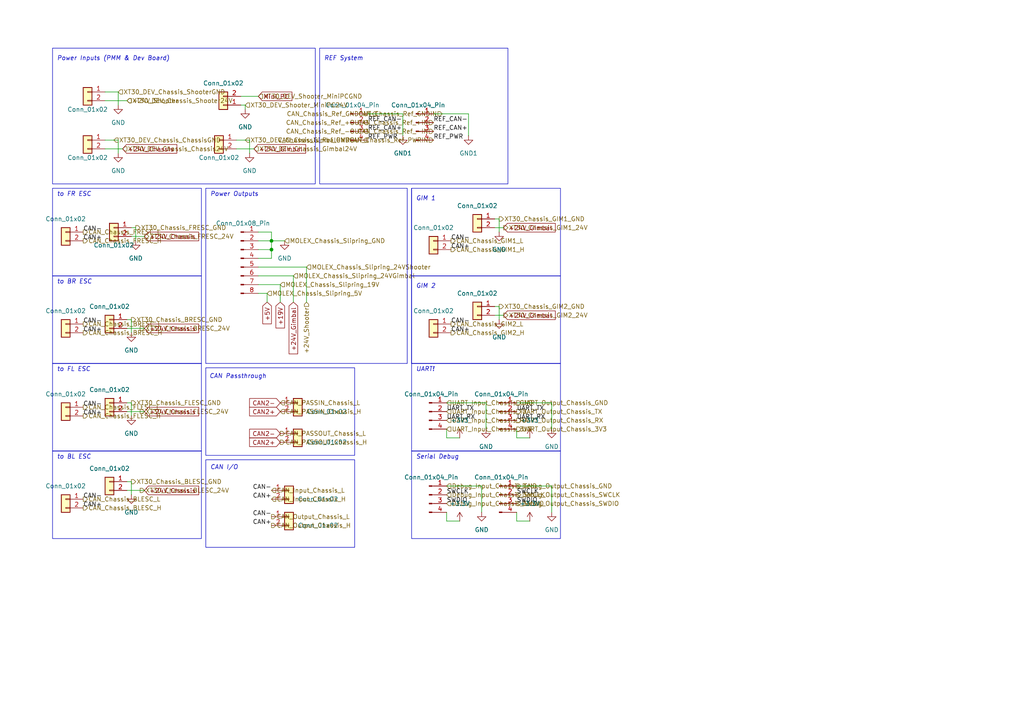
<source format=kicad_sch>
(kicad_sch (version 20231120) (generator "eeschema") (generator_version "8.0")
  (paper "A4")
  (lib_symbols
    (symbol "Connector:Conn_01x04_Pin" (pin_names (offset 1.016) hide)
      (property "Reference" "J" (at 0 5.08 0))
      (property "Value" "Conn_01x04_Pin" (at 0 -7.62 0))
      (symbol "Conn_01x04_Pin_1_1"
        (polyline (pts (xy 1.27 -5.08) (xy 0.8636 -5.08)) (stroke (width 0.1524)))
        (polyline (pts (xy 1.27 -2.54) (xy 0.8636 -2.54)) (stroke (width 0.1524)))
        (polyline (pts (xy 1.27 0) (xy 0.8636 0)) (stroke (width 0.1524)))
        (polyline (pts (xy 1.27 2.54) (xy 0.8636 2.54)) (stroke (width 0.1524)))
        (rectangle (start 0.8636 -4.953) (end 0 -5.207) (stroke (width 0.1524)) (fill (type outline)))
        (rectangle (start 0.8636 -2.413) (end 0 -2.667) (stroke (width 0.1524)) (fill (type outline)))
        (rectangle (start 0.8636 0.127) (end 0 -0.127) (stroke (width 0.1524)) (fill (type outline)))
        (rectangle (start 0.8636 2.667) (end 0 2.413) (stroke (width 0.1524)) (fill (type outline)))
        (pin passive line (at 5.08 2.54 180) (length 3.81) (name "Pin_1") (number "1"))
        (pin passive line (at 5.08 0 180) (length 3.81) (name "Pin_2") (number "2"))
        (pin passive line (at 5.08 -2.54 180) (length 3.81) (name "Pin_3") (number "3"))
        (pin passive line (at 5.08 -5.08 180) (length 3.81) (name "Pin_4") (number "4"))
      )
    )
    (symbol "Connector:Conn_01x08_Pin" (pin_names (offset 1.016) hide)
      (property "Reference" "J" (at 0 10.16 0))
      (property "Value" "Conn_01x08_Pin" (at 0 -12.7 0))
      (symbol "Conn_01x08_Pin_1_1"
        (polyline (pts (xy 1.27 -10.16) (xy 0.8636 -10.16)) (stroke (width 0.1524)))
        (polyline (pts (xy 1.27 -7.62) (xy 0.8636 -7.62)) (stroke (width 0.1524)))
        (polyline (pts (xy 1.27 -5.08) (xy 0.8636 -5.08)) (stroke (width 0.1524)))
        (polyline (pts (xy 1.27 -2.54) (xy 0.8636 -2.54)) (stroke (width 0.1524)))
        (polyline (pts (xy 1.27 0) (xy 0.8636 0)) (stroke (width 0.1524)))
        (polyline (pts (xy 1.27 2.54) (xy 0.8636 2.54)) (stroke (width 0.1524)))
        (polyline (pts (xy 1.27 5.08) (xy 0.8636 5.08)) (stroke (width 0.1524)))
        (polyline (pts (xy 1.27 7.62) (xy 0.8636 7.62)) (stroke (width 0.1524)))
        (rectangle (start 0.8636 -10.033) (end 0 -10.287) (stroke (width 0.1524)) (fill (type outline)))
        (rectangle (start 0.8636 -7.493) (end 0 -7.747) (stroke (width 0.1524)) (fill (type outline)))
        (rectangle (start 0.8636 -4.953) (end 0 -5.207) (stroke (width 0.1524)) (fill (type outline)))
        (rectangle (start 0.8636 -2.413) (end 0 -2.667) (stroke (width 0.1524)) (fill (type outline)))
        (rectangle (start 0.8636 0.127) (end 0 -0.127) (stroke (width 0.1524)) (fill (type outline)))
        (rectangle (start 0.8636 2.667) (end 0 2.413) (stroke (width 0.1524)) (fill (type outline)))
        (rectangle (start 0.8636 5.207) (end 0 4.953) (stroke (width 0.1524)) (fill (type outline)))
        (rectangle (start 0.8636 7.747) (end 0 7.493) (stroke (width 0.1524)) (fill (type outline)))
        (pin passive line (at 5.08 7.62 180) (length 3.81) (name "Pin_1") (number "1"))
        (pin passive line (at 5.08 5.08 180) (length 3.81) (name "Pin_2") (number "2"))
        (pin passive line (at 5.08 2.54 180) (length 3.81) (name "Pin_3") (number "3"))
        (pin passive line (at 5.08 0 180) (length 3.81) (name "Pin_4") (number "4"))
        (pin passive line (at 5.08 -2.54 180) (length 3.81) (name "Pin_5") (number "5"))
        (pin passive line (at 5.08 -5.08 180) (length 3.81) (name "Pin_6") (number "6"))
        (pin passive line (at 5.08 -7.62 180) (length 3.81) (name "Pin_7") (number "7"))
        (pin passive line (at 5.08 -10.16 180) (length 3.81) (name "Pin_8") (number "8"))
      )
    )
    (symbol "Connector_Generic:Conn_01x02" (pin_names (offset 1.016) hide)
      (property "Reference" "J" (at 0 2.54 0))
      (property "Value" "Conn_01x02" (at 0 -5.08 0))
      (symbol "Conn_01x02_1_1"
        (rectangle (start -1.27 -2.413) (end 0 -2.667) (stroke (width 0.1524)))
        (rectangle (start -1.27 0.127) (end 0 -0.127) (stroke (width 0.1524)))
        (rectangle (start -1.27 1.27) (end 1.27 -3.81) (stroke (width 0.254)) (fill (type background)))
        (pin passive line (at -5.08 0 0) (length 3.81) (name "Pin_1") (number "1"))
        (pin passive line (at -5.08 -2.54 0) (length 3.81) (name "Pin_2") (number "2"))
      )
    )
    (symbol "power:+3.3V" (power) (pin_numbers hide) (pin_names (offset 0) hide)
      (property "Value" "+3.3V" (at 0 3.556 0))
      (symbol "+3.3V_0_1"
        (polyline (pts (xy -0.762 1.27) (xy 0 2.54)))
        (polyline (pts (xy 0 0) (xy 0 2.54)))
        (polyline (pts (xy 0 2.54) (xy 0.762 1.27)))
      )
      (symbol "+3.3V_1_1"
        (pin power_in line (at 0 0 90) (length 0) (name "~") (number "1"))
      )
    )
    (symbol "power:+3V3" (power) (pin_numbers hide) (pin_names (offset 0) hide)
      (property "Value" "+3V3" (at 0 3.556 0))
      (symbol "+3V3_0_1"
        (polyline (pts (xy -0.762 1.27) (xy 0 2.54)))
        (polyline (pts (xy 0 0) (xy 0 2.54)))
        (polyline (pts (xy 0 2.54) (xy 0.762 1.27)))
      )
      (symbol "+3V3_1_1"
        (pin power_in line (at 0 0 90) (length 0) (name "~") (number "1"))
      )
    )
    (symbol "power:GND" (power) (pin_numbers hide) (pin_names (offset 0) hide)
      (property "Value" "GND" (at 0 -3.81 0))
      (symbol "GND_0_1"
        (polyline (pts (xy 0 0) (xy 0 -1.27) (xy 1.27 -1.27) (xy 0 -2.54) (xy -1.27 -1.27) (xy 0 -1.27)))
      )
      (symbol "GND_1_1"
        (pin power_in line (at 0 0 270) (length 0) (name "~") (number "1"))
      )
    )
    (symbol "power:GND1" (power) (pin_numbers hide) (pin_names (offset 0) hide)
      (property "Value" "GND1" (at 0 -3.81 0))
      (symbol "GND1_0_1"
        (polyline (pts (xy 0 0) (xy 0 -1.27) (xy 1.27 -1.27) (xy 0 -2.54) (xy -1.27 -1.27) (xy 0 -1.27)))
      )
      (symbol "GND1_1_1"
        (pin power_in line (at 0 0 270) (length 0) (name "~") (number "1"))
      )
    )
  )
  (junction (at 78.74 72.39))
  (junction (at 78.74 69.85))
  (wire (pts (xy 74.93 74.93) (xy 78.74 74.93)))
  (wire (pts (xy 106.68 33.02) (xy 116.84 33.02)))
  (wire (pts (xy 36.83 142.24) (xy 41.91 142.24)))
  (wire (pts (xy 30.48 29.21) (xy 36.83 29.21)))
  (wire (pts (xy 129.54 151.13) (xy 129.54 148.59)))
  (polyline (pts (xy 59.69 54.61) (xy 59.69 105.41)))
  (polyline (pts (xy 59.69 54.61) (xy 118.11 54.61)))
  (wire (pts (xy 116.84 33.02) (xy 116.84 39.37)))
  (wire (pts (xy 68.58 43.18) (xy 73.66 43.18)))
  (wire (pts (xy 129.54 127) (xy 133.35 127)))
  (wire (pts (xy 144.78 63.5) (xy 144.78 67.31)))
  (wire (pts (xy 38.1 116.84) (xy 36.83 116.84)))
  (wire (pts (xy 85.09 87.63) (xy 85.09 80.01)))
  (wire (pts (xy 135.89 33.02) (xy 135.89 39.37)))
  (wire (pts (xy 78.74 74.93) (xy 78.74 72.39)))
  (wire (pts (xy 143.51 63.5) (xy 144.78 63.5)))
  (wire (pts (xy 149.86 151.13) (xy 153.67 151.13)))
  (wire (pts (xy 69.85 27.94) (xy 74.93 27.94)))
  (polyline (pts (xy 119.38 54.61) (xy 119.38 105.41)))
  (polyline (pts (xy 118.11 54.61) (xy 118.11 105.41)))
  (wire (pts (xy 88.9 77.47) (xy 74.93 77.47)))
  (wire (pts (xy 144.78 88.9) (xy 144.78 92.71)))
  (wire (pts (xy 78.74 67.31) (xy 78.74 69.85)))
  (wire (pts (xy 140.97 116.84) (xy 140.97 124.46)))
  (wire (pts (xy 74.93 85.09) (xy 77.47 85.09)))
  (wire (pts (xy 125.73 33.02) (xy 135.89 33.02)))
  (wire (pts (xy 81.28 82.55) (xy 81.28 87.63)))
  (wire (pts (xy 36.83 119.38) (xy 41.91 119.38)))
  (wire (pts (xy 38.1 92.71) (xy 36.83 92.71)))
  (polyline (pts (xy 118.11 105.41) (xy 59.69 105.41)))
  (wire (pts (xy 149.86 151.13) (xy 149.86 148.59)))
  (wire (pts (xy 38.1 68.58) (xy 41.91 68.58)))
  (wire (pts (xy 38.1 139.7) (xy 36.83 139.7)))
  (wire (pts (xy 74.93 72.39) (xy 78.74 72.39)))
  (wire (pts (xy 39.37 69.85) (xy 39.37 66.04)))
  (wire (pts (xy 139.7 140.97) (xy 139.7 148.59)))
  (wire (pts (xy 30.48 26.67) (xy 34.29 26.67)))
  (wire (pts (xy 72.39 40.64) (xy 72.39 44.45)))
  (wire (pts (xy 149.86 140.97) (xy 160.02 140.97)))
  (wire (pts (xy 74.93 67.31) (xy 78.74 67.31)))
  (wire (pts (xy 149.86 127) (xy 149.86 124.46)))
  (wire (pts (xy 77.47 85.09) (xy 77.47 87.63)))
  (wire (pts (xy 149.86 116.84) (xy 160.02 116.84)))
  (wire (pts (xy 38.1 143.51) (xy 38.1 139.7)))
  (wire (pts (xy 144.78 88.9) (xy 143.51 88.9)))
  (wire (pts (xy 36.83 95.25) (xy 41.91 95.25)))
  (wire (pts (xy 39.37 66.04) (xy 38.1 66.04)))
  (wire (pts (xy 143.51 66.04) (xy 146.05 66.04)))
  (wire (pts (xy 38.1 120.65) (xy 38.1 116.84)))
  (wire (pts (xy 34.29 40.64) (xy 34.29 44.45)))
  (wire (pts (xy 71.12 31.75) (xy 71.12 30.48)))
  (wire (pts (xy 30.48 40.64) (xy 34.29 40.64)))
  (wire (pts (xy 74.93 69.85) (xy 78.74 69.85)))
  (wire (pts (xy 30.48 43.18) (xy 35.56 43.18)))
  (wire (pts (xy 129.54 127) (xy 129.54 124.46)))
  (wire (pts (xy 74.93 82.55) (xy 81.28 82.55)))
  (wire (pts (xy 74.93 80.01) (xy 85.09 80.01)))
  (wire (pts (xy 160.02 116.84) (xy 160.02 124.46)))
  (wire (pts (xy 34.29 26.67) (xy 34.29 30.48)))
  (wire (pts (xy 143.51 91.44) (xy 146.05 91.44)))
  (wire (pts (xy 78.74 72.39) (xy 78.74 69.85)))
  (wire (pts (xy 129.54 116.84) (xy 140.97 116.84)))
  (wire (pts (xy 160.02 140.97) (xy 160.02 148.59)))
  (wire (pts (xy 71.12 30.48) (xy 69.85 30.48)))
  (wire (pts (xy 88.9 87.63) (xy 88.9 77.47)))
  (wire (pts (xy 129.54 151.13) (xy 133.35 151.13)))
  (wire (pts (xy 68.58 40.64) (xy 72.39 40.64)))
  (wire (pts (xy 129.54 140.97) (xy 139.7 140.97)))
  (wire (pts (xy 38.1 96.52) (xy 38.1 92.71)))
  (wire (pts (xy 78.74 69.85) (xy 82.55 69.85)))
  (wire (pts (xy 149.86 127) (xy 153.67 127)))
  (rectangle (start 119.38 105.41) (end 162.56 130.81))
  (rectangle (start 15.24 80.01) (end 58.42 105.41))
  (rectangle (start 119.38 80.01) (end 162.56 105.41))
  (rectangle (start 59.69 133.35) (end 102.87 158.75))
  (rectangle (start 119.38 54.61) (end 162.56 80.01))
  (rectangle (start 92.71 13.97) (end 147.32 53.34))
  (rectangle (start 119.38 130.81) (end 162.56 156.21))
  (rectangle (start 15.24 130.81) (end 58.42 156.21))
  (rectangle (start 15.24 13.97) (end 91.44 53.34))
  (rectangle (start 59.69 106.68) (end 102.87 132.08))
  (rectangle (start 15.24 54.61) (end 58.42 80.01))
  (rectangle (start 15.24 105.41) (end 58.42 130.81))
  (text "GIM 2" (at 120.65 83.82 0) (effects (font (size 1.27 1.27) (italic yes)) (justify left bottom)))
  (text "Power Inputs (PMM & Dev Board)" (at 16.51 17.78 0) (effects (font (size 1.27 1.27) (italic yes)) (justify left bottom)))
  (text "Serial Debug" (at 120.65 133.35 0) (effects (font (size 1.27 1.27) (italic yes)) (justify left bottom)))
  (text "UART!" (at 120.65 107.95 0) (effects (font (size 1.27 1.27) (italic yes)) (justify left bottom)))
  (text "to FL ESC" (at 16.51 107.95 0) (effects (font (size 1.27 1.27) (italic yes)) (justify left bottom)))
  (text "GIM 1" (at 120.65 58.42 0) (effects (font (size 1.27 1.27) (italic yes)) (justify left bottom)))
  (text "CAN I/O" (at 60.96 136.398 0) (effects (font (size 1.27 1.27) (italic yes)) (justify left bottom)))
  (text "Power Outputs" (at 60.96 57.15 0) (effects (font (size 1.27 1.27) (italic yes)) (justify left bottom)))
  (text "REF System\n" (at 93.98 17.78 0) (effects (font (size 1.27 1.27) (italic yes)) (justify left bottom)))
  (text "CAN Passthrough" (at 60.706 109.982 0) (effects (font (size 1.27 1.27) (italic yes)) (justify left bottom)))
  (text "to BL ESC" (at 16.51 133.35 0) (effects (font (size 1.27 1.27) (italic yes)) (justify left bottom)))
  (text "to FR ESC" (at 16.51 57.15 0) (effects (font (size 1.27 1.27) (italic yes)) (justify left bottom)))
  (text "to BR ESC\n" (at 16.51 82.55 0) (effects (font (size 1.27 1.27) (italic yes)) (justify left bottom)))
  (label "CAN+" (at 130.81 96.52 0))
  (label "CAN+" (at 130.81 72.39 0))
  (label "CAN-" (at 78.74 149.86 180))
  (label "SWCLK" (at 149.86 143.51 0))
  (label "REF_PWR" (at 106.68 40.64 0))
  (label "CAN+" (at 78.74 144.78 180))
  (label "CAN-" (at 130.81 93.98 0))
  (label "SWDIO" (at 129.54 146.05 0))
  (label "UART_RX" (at 149.86 121.92 0))
  (label "UART_TX" (at 129.54 119.38 0))
  (label "CAN+" (at 24.13 120.65 0))
  (label "UART_RX" (at 129.54 121.92 0))
  (label "SWDIO" (at 149.86 146.05 0))
  (label "UART_TX" (at 149.86 119.38 0))
  (label "CAN-" (at 78.74 142.24 180))
  (label "REF_CAN-" (at 125.73 35.56 0))
  (label "REF_CAN+" (at 125.73 38.1 0))
  (label "CAN-" (at 24.13 144.78 0))
  (label "REF_PWR" (at 125.73 40.64 0))
  (label "SWCLK" (at 129.54 143.51 0))
  (label "CAN-" (at 24.13 118.11 0))
  (label "CAN+" (at 24.13 69.85 0))
  (label "CAN+" (at 78.74 152.4 180))
  (label "REF_CAN+" (at 106.68 38.1 0))
  (label "CAN-" (at 24.13 67.31 0))
  (label "CAN-" (at 24.13 93.98 0))
  (label "CAN+" (at 24.13 147.32 0))
  (label "CAN+" (at 24.13 96.52 0))
  (label "REF_CAN-" (at 106.68 35.56 0))
  (label "CAN-" (at 130.81 69.85 0))
  (global_label "Mini_PC" (shape input) (at 74.93 27.94 0) (property "Intersheetrefs" "${INTERSHEET_REFS}" (effects (hide yes))))
  (global_label "CAN2-" (shape input) (at 81.28 116.84 180) (property "Intersheetrefs" "${INTERSHEET_REFS}" (effects (hide yes))))
  (global_label "+24V_Chassis" (shape input) (at 41.91 119.38 0) (property "Intersheetrefs" "${INTERSHEET_REFS}" (effects (hide yes))))
  (global_label "+24V_Chassis" (shape input) (at 41.91 68.58 0) (property "Intersheetrefs" "${INTERSHEET_REFS}" (effects (hide yes))))
  (global_label "+24V_Gimbal" (shape input) (at 146.05 91.44 0) (property "Intersheetrefs" "${INTERSHEET_REFS}" (effects (hide yes))))
  (global_label "+24V_Gimbal" (shape input) (at 85.09 87.63 270) (property "Intersheetrefs" "${INTERSHEET_REFS}" (effects (hide yes))))
  (global_label "CAN2-" (shape input) (at 81.28 125.73 180) (property "Intersheetrefs" "${INTERSHEET_REFS}" (effects (hide yes))))
  (global_label "+24V_Chassis" (shape input) (at 41.91 95.25 0) (property "Intersheetrefs" "${INTERSHEET_REFS}" (effects (hide yes))))
  (global_label "CAN2+" (shape input) (at 81.28 119.38 180) (property "Intersheetrefs" "${INTERSHEET_REFS}" (effects (hide yes))))
  (global_label "+24V_Chassis" (shape input) (at 41.91 142.24 0) (property "Intersheetrefs" "${INTERSHEET_REFS}" (effects (hide yes))))
  (global_label "+24V_Gimbal" (shape input) (at 146.05 66.04 0) (property "Intersheetrefs" "${INTERSHEET_REFS}" (effects (hide yes))))
  (global_label "+19V" (shape input) (at 81.28 87.63 270) (property "Intersheetrefs" "${INTERSHEET_REFS}" (effects (hide yes))))
  (global_label "+24V_Gimbal" (shape input) (at 73.66 43.18 0) (property "Intersheetrefs" "${INTERSHEET_REFS}" (effects (hide yes))))
  (global_label "+5V" (shape input) (at 77.47 87.63 270) (property "Intersheetrefs" "${INTERSHEET_REFS}" (effects (hide yes))))
  (global_label "CAN2+" (shape input) (at 81.28 128.27 180) (property "Intersheetrefs" "${INTERSHEET_REFS}" (effects (hide yes))))
  (global_label "+24V_Chassis" (shape input) (at 35.56 43.18 0) (property "Intersheetrefs" "${INTERSHEET_REFS}" (effects (hide yes))))
  (hierarchical_label "UART_Input_Chassis_3V3" (shape input) (at 129.54 124.46 0))
  (hierarchical_label "XT30_Chassis_GIM2_GND" (shape output) (at 144.78 88.9 0))
  (hierarchical_label "MOLEX_Chassis_Slipring_GND" (shape input) (at 82.55 69.85 0))
  (hierarchical_label "CAN_Input_Chassis_H" (shape input) (at 78.74 144.78 0))
  (hierarchical_label "UART_Output_Chassis_GND" (shape output) (at 149.86 116.84 0))
  (hierarchical_label "UART_Output_Chassis_3V3" (shape output) (at 149.86 124.46 0))
  (hierarchical_label "CAN_Chassis_Ref_PWRIN" (shape input) (at 125.73 40.64 180))
  (hierarchical_label "CAN_Chassis_BRESC_L" (shape output) (at 24.13 93.98 0))
  (hierarchical_label "XT30_DEV_Chassis_Shooter24V" (shape input) (at 36.83 29.21 0))
  (hierarchical_label "Debug_Input_Chassis_GND" (shape input) (at 129.54 140.97 0))
  (hierarchical_label "Debug_Output_Chassis_SWCLK" (shape output) (at 149.86 143.51 0))
  (hierarchical_label "XT30_Chassis_BRESC_GND" (shape output) (at 38.1 92.71 0))
  (hierarchical_label "XT30_Chassis_BRESC_24V" (shape output) (at 40.64 95.25 0))
  (hierarchical_label "CAN_Chassis_Ref_-OUT" (shape output) (at 106.68 38.1 180))
  (hierarchical_label "XT30_Chassis_GIM1_GND" (shape output) (at 144.78 63.5 0))
  (hierarchical_label "CAN_PASSIN_Chassis_L" (shape input) (at 81.28 116.84 0))
  (hierarchical_label "CAN_PASSOUT_Chassis_L" (shape output) (at 81.28 125.73 0))
  (hierarchical_label "CAN_Chassis_FRESC_L" (shape output) (at 24.13 67.31 0))
  (hierarchical_label "UART_Output_Chassis_RX" (shape output) (at 149.86 121.92 0))
  (hierarchical_label "CAN_PASSOUT_Chassis_H" (shape output) (at 81.28 128.27 0))
  (hierarchical_label "XT30_Chassis_FRESC_GND" (shape output) (at 39.37 66.04 0))
  (hierarchical_label "CAN_Chassis_FLESC_H" (shape output) (at 24.13 120.65 0))
  (hierarchical_label "CAN_Chassis_BLESC_H" (shape output) (at 24.13 147.32 0))
  (hierarchical_label "CAN_Chassis_GIM1_L" (shape output) (at 130.81 69.85 0))
  (hierarchical_label "CAN_Chassis_GIM2_H" (shape output) (at 130.81 96.52 0))
  (hierarchical_label "CAN_Input_Chassis_L" (shape input) (at 78.74 142.24 0))
  (hierarchical_label "CAN_Chassis_Ref_GNDOUT" (shape output) (at 109.22 33.02 180))
  (hierarchical_label "XT30_Chassis_GIM2_24V" (shape output) (at 146.05 91.44 0))
  (hierarchical_label "XT30_Chassis_BLESC_GND" (shape output) (at 38.1 139.7 0))
  (hierarchical_label "CAN_Chassis_Ref_GNDIN" (shape input) (at 128.27 33.02 180))
  (hierarchical_label "CAN_Chassis_GIM1_H" (shape output) (at 130.81 72.39 0))
  (hierarchical_label "+24V_Shooter" (shape input) (at 88.9 87.63 270))
  (hierarchical_label "Debug_Output_Chassis_GND" (shape output) (at 149.86 140.97 0))
  (hierarchical_label "XT30_Chassis_BLESC_24V" (shape output) (at 40.64 142.24 0))
  (hierarchical_label "UART_Input_Chassis_GND" (shape input) (at 129.54 116.84 0))
  (hierarchical_label "XT30_DEV_Chassis_Chassis24V" (shape input) (at 35.56 43.18 0))
  (hierarchical_label "MOLEX_Chassis_Slipring_19V" (shape input) (at 81.28 82.55 0))
  (hierarchical_label "CAN_Chassis_BRESC_H" (shape output) (at 24.13 96.52 0))
  (hierarchical_label "XT30_Chassis_FRESC_24V" (shape output) (at 41.91 68.58 0))
  (hierarchical_label "XT30_Chassis_FLESC_GND" (shape output) (at 38.1 116.84 0))
  (hierarchical_label "XT30_DEV_Shooter_MiniPC24V" (shape input) (at 71.12 30.48 0))
  (hierarchical_label "XT30_Chassis_FLESC_24V" (shape output) (at 40.64 119.38 0))
  (hierarchical_label "CAN_Chassis_Ref_+IN" (shape input) (at 125.73 35.56 180))
  (hierarchical_label "CAN_Output_Chassis_H" (shape output) (at 78.74 152.4 0))
  (hierarchical_label "Debug_Output_Chassis_SWDIO" (shape output) (at 149.86 146.05 0))
  (hierarchical_label "CAN_Chassis_Ref_+OUT" (shape output) (at 106.68 35.56 180))
  (hierarchical_label "CAN_Chassis_GIM2_L" (shape output) (at 130.81 93.98 0))
  (hierarchical_label "UART_Input_Chassis_TX" (shape input) (at 129.54 119.38 0))
  (hierarchical_label "CAN_Chassis_Ref_-IN" (shape input) (at 125.73 38.1 180))
  (hierarchical_label "Debug_Input_Chassis_SWCLK" (shape input) (at 129.54 143.51 0))
  (hierarchical_label "XT30_DEV_Shooter_MiniPCGND" (shape input) (at 74.93 27.94 0))
  (hierarchical_label "MOLEX_Chassis_Slipring_5V" (shape input) (at 77.47 85.09 0))
  (hierarchical_label "XT30_DEV_Chassis_Gimbal24V" (shape input) (at 73.66 43.18 0))
  (hierarchical_label "+24V_Shooter" (shape input) (at 36.83 29.21 0))
  (hierarchical_label "CAN_Chassis_Ref_PWROUT" (shape output) (at 106.68 40.64 180))
  (hierarchical_label "CAN_Output_Chassis_L" (shape output) (at 78.74 149.86 0))
  (hierarchical_label "UART_Output_Chassis_TX" (shape output) (at 149.86 119.38 0))
  (hierarchical_label "UART_Input_Chassis_RX" (shape input) (at 129.54 121.92 0))
  (hierarchical_label "XT30_DEV_Chassis_ShooterGND" (shape input) (at 34.29 26.67 0))
  (hierarchical_label "CAN_Chassis_BLESC_L" (shape output) (at 24.13 144.78 0))
  (hierarchical_label "CAN_Chassis_FRESC_H" (shape output) (at 24.13 69.85 0))
  (hierarchical_label "CAN_PASSIN_Chassis_H" (shape input) (at 81.28 119.38 0))
  (hierarchical_label "XT30_DEV_Chassis_GimbalGND" (shape input) (at 71.12 40.64 0))
  (hierarchical_label "MOLEX_Chassis_Slipring_24VGimbal" (shape input) (at 85.09 80.01 0))
  (hierarchical_label "CAN_Chassis_FLESC_L" (shape output) (at 24.13 118.11 0))
  (hierarchical_label "XT30_Chassis_GIM1_24V" (shape output) (at 146.05 66.04 0))
  (hierarchical_label "Debug_Input_Chassis_SWDIO" (shape input) (at 129.54 146.05 0))
  (hierarchical_label "MOLEX_Chassis_Slipring_24VShooter" (shape input) (at 88.9 77.47 0))
  (hierarchical_label "XT30_DEV_Chassis_ChassisGND" (shape input) (at 33.02 40.64 0))
  (symbol (lib_id "Connector_Generic:Conn_01x02") (at 25.4 26.67 0) (mirror y) (unit 1)
    (property "Reference" "J13" (effects (hide yes)))
    (property "Value" "Conn_01x02" (at 25.4 31.75 0))
    (property "Description" "Generic connector, single row, 01x02, script generated (kicad-library-utils/schlib/autogen/connector/)" (effects (hide yes)))
  )
  (symbol (lib_id "power:GND") (at 160.02 124.46 0) (unit 1)
    (property "Reference" "#PWR59" (effects (hide yes)))
    (property "Value" "GND" (at 160.02 129.54 0))
    (property "Description" "Power symbol creates a global label with name \"GND\" , ground" (effects (hide yes)))
  )
  (symbol (lib_id "power:GND1") (at 116.84 39.37 0) (unit 1)
    (property "Reference" "#PWR49" (effects (hide yes)))
    (property "Value" "GND1" (at 116.84 44.45 0))
    (property "Description" "Power symbol creates a global label with name \"GND1\" , ground" (effects (hide yes)))
  )
  (symbol (lib_id "Connector_Generic:Conn_01x02") (at 86.36 125.73 0) (unit 1)
    (property "Reference" "J30" (effects (hide yes)))
    (property "Value" "Conn_01x02" (at 88.9 128.2699 0) (effects (justify left)))
    (property "Description" "Generic connector, single row, 01x02, script generated (kicad-library-utils/schlib/autogen/connector/)" (effects (hide yes)))
  )
  (symbol (lib_id "power:GND1") (at 135.89 39.37 0) (unit 1)
    (property "Reference" "#PWR56" (effects (hide yes)))
    (property "Value" "GND1" (at 135.89 44.45 0))
    (property "Description" "Power symbol creates a global label with name \"GND1\" , ground" (effects (hide yes)))
  )
  (symbol (lib_id "Connector:Conn_01x04_Pin") (at 124.46 119.38 0) (unit 1)
    (property "Reference" "J20" (effects (hide yes)))
    (property "Value" "Conn_01x04_Pin" (at 125.095 114.3 0))
    (property "Description" "Generic connector, single row, 01x04, script generated" (effects (hide yes)))
  )
  (symbol (lib_id "Connector:Conn_01x04_Pin") (at 101.6 35.56 0) (unit 1)
    (property "Reference" "J19" (effects (hide yes)))
    (property "Value" "Conn_01x04_Pin" (at 102.235 30.48 0))
    (property "Description" "Generic connector, single row, 01x04, script generated" (effects (hide yes)))
  )
  (symbol (lib_id "power:GND") (at 39.37 69.85 0) (unit 1)
    (property "Reference" "#PWR29" (effects (hide yes)))
    (property "Value" "GND" (at 39.37 74.93 0))
    (property "Description" "Power symbol creates a global label with name \"GND\" , ground" (effects (hide yes)))
  )
  (symbol (lib_id "Connector_Generic:Conn_01x02") (at 31.75 139.7 0) (mirror y) (unit 1)
    (property "Reference" "J9" (effects (hide yes)))
    (property "Value" "Conn_01x02" (at 31.75 135.89 0))
    (property "Description" "Generic connector, single row, 01x02, script generated (kicad-library-utils/schlib/autogen/connector/)" (effects (hide yes)))
  )
  (symbol (lib_id "Connector:Conn_01x08_Pin") (at 69.85 74.93 0) (unit 1)
    (property "Reference" "J15" (effects (hide yes)))
    (property "Value" "Conn_01x08_Pin" (at 70.485 64.77 0))
    (property "Description" "Generic connector, single row, 01x08, script generated" (effects (hide yes)))
  )
  (symbol (lib_id "power:GND") (at 72.39 44.45 0) (unit 1)
    (property "Reference" "#PWR44" (effects (hide yes)))
    (property "Value" "GND" (at 72.39 49.53 0))
    (property "Description" "Power symbol creates a global label with name \"GND\" , ground" (effects (hide yes)))
  )
  (symbol (lib_id "power:GND") (at 144.78 67.31 0) (unit 1)
    (property "Reference" "#PWR54" (effects (hide yes)))
    (property "Value" "GND" (at 144.78 72.39 0))
    (property "Description" "Power symbol creates a global label with name \"GND\" , ground" (effects (hide yes)))
  )
  (symbol (lib_id "Connector_Generic:Conn_01x02") (at 64.77 30.48 180) (unit 1)
    (property "Reference" "J17" (effects (hide yes)))
    (property "Value" "Conn_01x02" (at 64.77 24.13 0))
    (property "Description" "Generic connector, single row, 01x02, script generated (kicad-library-utils/schlib/autogen/connector/)" (effects (hide yes)))
  )
  (symbol (lib_id "Connector_Generic:Conn_01x02") (at 33.02 66.04 0) (mirror y) (unit 1)
    (property "Reference" "J10" (effects (hide yes)))
    (property "Value" "Conn_01x02" (at 33.02 71.12 0))
    (property "Description" "Generic connector, single row, 01x02, script generated (kicad-library-utils/schlib/autogen/connector/)" (effects (hide yes)))
  )
  (symbol (lib_id "power:GND") (at 144.78 92.71 0) (unit 1)
    (property "Reference" "#PWR55" (effects (hide yes)))
    (property "Value" "GND" (at 144.78 97.79 0))
    (property "Description" "Power symbol creates a global label with name \"GND\" , ground" (effects (hide yes)))
  )
  (symbol (lib_id "power:GND") (at 71.12 31.75 0) (mirror y) (unit 1)
    (property "Reference" "#PWR43" (effects (hide yes)))
    (property "Value" "GND" (at 71.12 36.83 0))
    (property "Description" "Power symbol creates a global label with name \"GND\" , ground" (effects (hide yes)))
  )
  (symbol (lib_id "power:GND") (at 34.29 30.48 0) (unit 1)
    (property "Reference" "#PWR39" (effects (hide yes)))
    (property "Value" "GND" (at 34.29 35.56 0))
    (property "Description" "Power symbol creates a global label with name \"GND\" , ground" (effects (hide yes)))
  )
  (symbol (lib_id "power:GND") (at 140.97 124.46 0) (unit 1)
    (property "Reference" "#PWR53" (effects (hide yes)))
    (property "Value" "GND" (at 140.97 129.54 0))
    (property "Description" "Power symbol creates a global label with name \"GND\" , ground" (effects (hide yes)))
  )
  (symbol (lib_id "Connector_Generic:Conn_01x02") (at 63.5 40.64 0) (mirror y) (unit 1)
    (property "Reference" "J16" (effects (hide yes)))
    (property "Value" "Conn_01x02" (at 63.5 45.72 0))
    (property "Description" "Generic connector, single row, 01x02, script generated (kicad-library-utils/schlib/autogen/connector/)" (effects (hide yes)))
  )
  (symbol (lib_id "power:GND") (at 38.1 96.52 0) (unit 1)
    (property "Reference" "#PWR26" (effects (hide yes)))
    (property "Value" "GND" (at 38.1 101.6 0))
    (property "Description" "Power symbol creates a global label with name \"GND\" , ground" (effects (hide yes)))
  )
  (symbol (lib_id "power:+3V3") (at 133.35 127 0) (unit 1)
    (property "Reference" "#PWR50" (effects (hide yes)))
    (property "Value" "+3V3" (at 133.35 121.92 0))
    (property "Description" "Power symbol creates a global label with name \"+3V3\"" (effects (hide yes)))
  )
  (symbol (lib_id "Connector:Conn_01x04_Pin") (at 120.65 35.56 0) (unit 1)
    (property "Reference" "J24" (effects (hide yes)))
    (property "Value" "Conn_01x04_Pin" (at 121.285 30.48 0))
    (property "Description" "Generic connector, single row, 01x04, script generated" (effects (hide yes)))
  )
  (symbol (lib_id "Connector_Generic:Conn_01x02") (at 86.36 116.84 0) (unit 1)
    (property "Reference" "J29" (effects (hide yes)))
    (property "Value" "Conn_01x02" (at 88.9 119.3799 0) (effects (justify left)))
    (property "Description" "Generic connector, single row, 01x02, script generated (kicad-library-utils/schlib/autogen/connector/)" (effects (hide yes)))
  )
  (symbol (lib_id "Connector_Generic:Conn_01x02") (at 19.05 93.98 0) (mirror y) (unit 1)
    (property "Reference" "J4" (effects (hide yes)))
    (property "Value" "Conn_01x02" (at 19.05 90.17 0))
    (property "Description" "Generic connector, single row, 01x02, script generated (kicad-library-utils/schlib/autogen/connector/)" (effects (hide yes)))
  )
  (symbol (lib_id "power:+3.3V") (at 133.35 151.13 0) (unit 1)
    (property "Reference" "#PWR51" (effects (hide yes)))
    (property "Value" "+3.3V" (at 133.35 146.05 0))
    (property "Description" "Power symbol creates a global label with name \"+3.3V\"" (effects (hide yes)))
  )
  (symbol (lib_id "Connector_Generic:Conn_01x02") (at 31.75 92.71 0) (mirror y) (unit 1)
    (property "Reference" "J7" (effects (hide yes)))
    (property "Value" "Conn_01x02" (at 31.75 88.9 0))
    (property "Description" "Generic connector, single row, 01x02, script generated (kicad-library-utils/schlib/autogen/connector/)" (effects (hide yes)))
  )
  (symbol (lib_id "power:GND") (at 34.29 44.45 0) (unit 1)
    (property "Reference" "#PWR40" (effects (hide yes)))
    (property "Value" "GND" (at 34.29 49.53 0))
    (property "Description" "Power symbol creates a global label with name \"GND\" , ground" (effects (hide yes)))
  )
  (symbol (lib_id "power:GND") (at 139.7 148.59 0) (unit 1)
    (property "Reference" "#PWR52" (effects (hide yes)))
    (property "Value" "GND" (at 139.7 153.67 0))
    (property "Description" "Power symbol creates a global label with name \"GND\" , ground" (effects (hide yes)))
  )
  (symbol (lib_id "power:GND") (at 160.02 148.59 0) (unit 1)
    (property "Reference" "#PWR60" (effects (hide yes)))
    (property "Value" "GND" (at 160.02 153.67 0))
    (property "Description" "Power symbol creates a global label with name \"GND\" , ground" (effects (hide yes)))
  )
  (symbol (lib_id "power:GND") (at 38.1 120.65 0) (unit 1)
    (property "Reference" "#PWR27" (effects (hide yes)))
    (property "Value" "GND" (at 38.1 125.73 0))
    (property "Description" "Power symbol creates a global label with name \"GND\" , ground" (effects (hide yes)))
  )
  (symbol (lib_id "Connector_Generic:Conn_01x02") (at 138.43 63.5 0) (mirror y) (unit 1)
    (property "Reference" "J25" (effects (hide yes)))
    (property "Value" "Conn_01x02" (at 138.43 59.69 0))
    (property "Description" "Generic connector, single row, 01x02, script generated (kicad-library-utils/schlib/autogen/connector/)" (effects (hide yes)))
  )
  (symbol (lib_id "Connector_Generic:Conn_01x02") (at 19.05 67.31 0) (mirror y) (unit 1)
    (property "Reference" "J3" (effects (hide yes)))
    (property "Value" "Conn_01x02" (at 19.05 63.5 0))
    (property "Description" "Generic connector, single row, 01x02, script generated (kicad-library-utils/schlib/autogen/connector/)" (effects (hide yes)))
  )
  (symbol (lib_id "power:GND") (at 82.55 69.85 0) (unit 1)
    (property "Reference" "#PWR42" (effects (hide yes)))
    (property "Value" "GND" (at 82.55 74.93 0))
    (property "Description" "Power symbol creates a global label with name \"GND\" , ground" (effects (hide yes)))
  )
  (symbol (lib_id "Connector_Generic:Conn_01x02") (at 83.82 142.24 0) (unit 1)
    (property "Reference" "J11" (effects (hide yes)))
    (property "Value" "Conn_01x02" (at 86.36 144.7799 0) (effects (justify left)))
    (property "Description" "Generic connector, single row, 01x02, script generated (kicad-library-utils/schlib/autogen/connector/)" (effects (hide yes)))
  )
  (symbol (lib_id "Connector_Generic:Conn_01x02") (at 31.75 116.84 0) (mirror y) (unit 1)
    (property "Reference" "J8" (effects (hide yes)))
    (property "Value" "Conn_01x02" (at 31.75 113.03 0))
    (property "Description" "Generic connector, single row, 01x02, script generated (kicad-library-utils/schlib/autogen/connector/)" (effects (hide yes)))
  )
  (symbol (lib_id "Connector_Generic:Conn_01x02") (at 125.73 69.85 0) (mirror y) (unit 1)
    (property "Reference" "J22" (effects (hide yes)))
    (property "Value" "Conn_01x02" (at 125.73 66.04 0))
    (property "Description" "Generic connector, single row, 01x02, script generated (kicad-library-utils/schlib/autogen/connector/)" (effects (hide yes)))
  )
  (symbol (lib_id "power:GND") (at 38.1 143.51 0) (unit 1)
    (property "Reference" "#PWR28" (effects (hide yes)))
    (property "Value" "GND" (at 38.1 148.59 0))
    (property "Description" "Power symbol creates a global label with name \"GND\" , ground" (effects (hide yes)))
  )
  (symbol (lib_id "Connector:Conn_01x04_Pin") (at 144.78 119.38 0) (unit 1)
    (property "Reference" "J27" (effects (hide yes)))
    (property "Value" "Conn_01x04_Pin" (at 145.415 114.3 0))
    (property "Description" "Generic connector, single row, 01x04, script generated" (effects (hide yes)))
  )
  (symbol (lib_id "Connector_Generic:Conn_01x02") (at 19.05 144.78 0) (mirror y) (unit 1)
    (property "Reference" "J6" (effects (hide yes)))
    (property "Value" "Conn_01x02" (at 19.05 140.97 0))
    (property "Description" "Generic connector, single row, 01x02, script generated (kicad-library-utils/schlib/autogen/connector/)" (effects (hide yes)))
  )
  (symbol (lib_id "Connector:Conn_01x04_Pin") (at 144.78 143.51 0) (unit 1)
    (property "Reference" "J28" (effects (hide yes)))
    (property "Value" "Conn_01x04_Pin" (at 145.415 138.43 0))
    (property "Description" "Generic connector, single row, 01x04, script generated" (effects (hide yes)))
  )
  (symbol (lib_id "power:+3.3V") (at 153.67 151.13 0) (unit 1)
    (property "Reference" "#PWR58" (effects (hide yes)))
    (property "Value" "+3.3V" (at 153.67 146.05 0))
    (property "Description" "Power symbol creates a global label with name \"+3.3V\"" (effects (hide yes)))
  )
  (symbol (lib_id "Connector:Conn_01x04_Pin") (at 124.46 143.51 0) (unit 1)
    (property "Reference" "J21" (effects (hide yes)))
    (property "Value" "Conn_01x04_Pin" (at 125.095 138.43 0))
    (property "Description" "Generic connector, single row, 01x04, script generated" (effects (hide yes)))
  )
  (symbol (lib_id "Connector_Generic:Conn_01x02") (at 125.73 93.98 0) (mirror y) (unit 1)
    (property "Reference" "J23" (effects (hide yes)))
    (property "Value" "Conn_01x02" (at 125.73 90.17 0))
    (property "Description" "Generic connector, single row, 01x02, script generated (kicad-library-utils/schlib/autogen/connector/)" (effects (hide yes)))
  )
  (symbol (lib_id "Connector_Generic:Conn_01x02") (at 25.4 40.64 0) (mirror y) (unit 1)
    (property "Reference" "J14" (effects (hide yes)))
    (property "Value" "Conn_01x02" (at 25.4 45.72 0))
    (property "Description" "Generic connector, single row, 01x02, script generated (kicad-library-utils/schlib/autogen/connector/)" (effects (hide yes)))
  )
  (symbol (lib_id "Connector_Generic:Conn_01x02") (at 83.82 149.86 0) (unit 1)
    (property "Reference" "J12" (effects (hide yes)))
    (property "Value" "Conn_01x02" (at 86.36 152.3999 0) (effects (justify left)))
    (property "Description" "Generic connector, single row, 01x02, script generated (kicad-library-utils/schlib/autogen/connector/)" (effects (hide yes)))
  )
  (symbol (lib_id "Connector_Generic:Conn_01x02") (at 138.43 88.9 0) (mirror y) (unit 1)
    (property "Reference" "J26" (effects (hide yes)))
    (property "Value" "Conn_01x02" (at 138.43 85.09 0))
    (property "Description" "Generic connector, single row, 01x02, script generated (kicad-library-utils/schlib/autogen/connector/)" (effects (hide yes)))
  )
  (symbol (lib_id "Connector_Generic:Conn_01x02") (at 19.05 118.11 0) (mirror y) (unit 1)
    (property "Reference" "J5" (effects (hide yes)))
    (property "Value" "Conn_01x02" (at 19.05 114.3 0))
    (property "Description" "Generic connector, single row, 01x02, script generated (kicad-library-utils/schlib/autogen/connector/)" (effects (hide yes)))
  )
  (symbol (lib_id "power:+3V3") (at 153.67 127 0) (unit 1)
    (property "Reference" "#PWR57" (effects (hide yes)))
    (property "Value" "+3V3" (at 153.67 121.92 0))
    (property "Description" "Power symbol creates a global label with name \"+3V3\"" (effects (hide yes)))
  )
)
</source>
